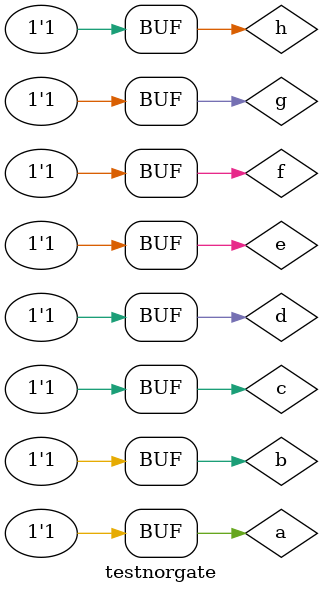
<source format=v>
 
module norgate (output s, input p, input q, input r, input t, input u, input v, input x, input z );
	assign s = ~(p | q | r | q | r | t | u | v | x | z);
endmodule

module testnorgate;
	reg a, b, c,d,e,f,g,h;
	wire  s;
	norgate NOR1 (s, a,b,c,d,e,f,g,h);
	
	initial 
	begin
		a = 0;
		b = 0;
		c = 0;
		d = 0;
		e = 0; 
		f = 0; 
		g = 0; 
		h = 0;
	end

	initial
	begin
		$display("Exercicio06 - Thaise Souto Martins - 395504");
      $display("Receber um byte e retornar 1, se todos os seus bits forem iguais a 0. Alguns Testes:"); 
      $display("\n~(a | b | c | d | e | f | g | h) = s\n"); 
      a=0; b=0; c=0; d=0; e=0; f=0; g=0; h=0;
		$monitor("~(%b | %b | %b | %b | %b | %b | %b) = %b",a,b,c,d,e,f,g,h,s);
		#1 c=1;
		#1 b=1;
			c=0;
		#1	c=1;
		#1 a=1;
			b=0;
			c=0;
		#1 c=1;
		#1 c=0;
			b=1;
		#1 c=1;
		#1 a=1; b=1; d=1; e=1; f=1; g=1; h=1;
	end
	
endmodule

    // ~(a | b | c | d | e | f | g | h) = s
    // 
    // ~(0 | 0 | 0 | 0 | 0 | 0 | 0) = 01
    // ~(0 | 0 | 1 | 0 | 0 | 0 | 0) = 00
    // ~(0 | 1 | 0 | 0 | 0 | 0 | 0) = 00
    // ~(0 | 1 | 1 | 0 | 0 | 0 | 0) = 00
    // ~(1 | 0 | 0 | 0 | 0 | 0 | 0) = 00
    // ~(1 | 0 | 1 | 0 | 0 | 0 | 0) = 00
    // ~(1 | 1 | 0 | 0 | 0 | 0 | 0) = 00
    // ~(1 | 1 | 1 | 0 | 0 | 0 | 0) = 00
    // ~(1 | 1 | 1 | 1 | 1 | 1 | 1) = 10
</source>
